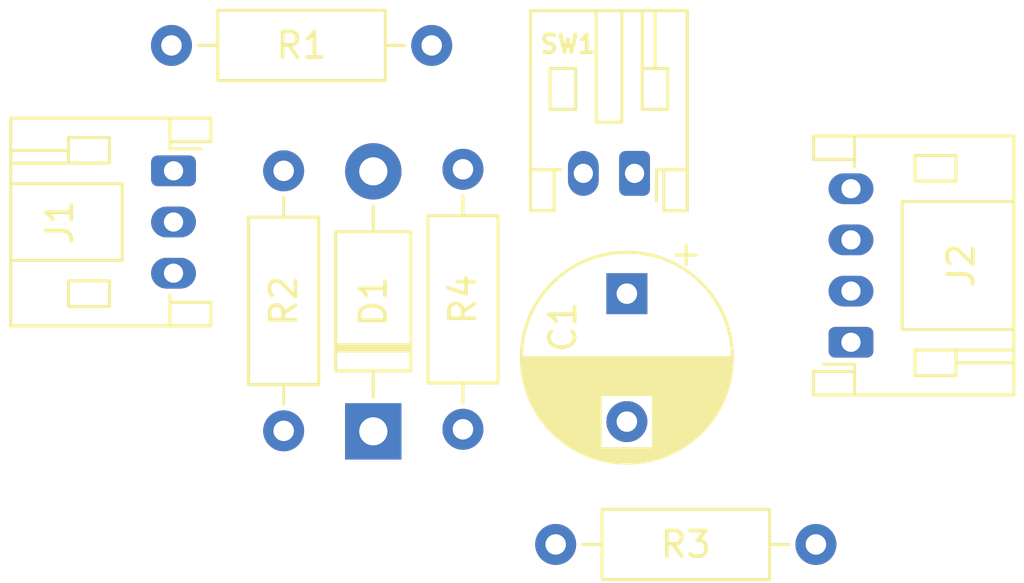
<source format=kicad_pcb>
(kicad_pcb (version 20241229) (generator "pcbnew") (generator_version "9.0")
  (layers (0 "F.Cu" signal) (2 "B.Cu" signal) (13 "F.Paste" user) (15 "B.Paste" user) (5 "F.SilkS" user) (7 "B.SilkS" user) (1 "F.Mask" user) (3 "B.Mask" user) (25 "Edge.Cuts" user))
  (net 0 "")
  (net 1 "Net-(J2-Pin_2)")
  (net 2 "Net-(D1-K)")
  (net 3 "Net-(D1-A)")
  (net 4 "Net-(J1-Pin_2)")
  (net 5 "Net-(J1-Pin_1)")
  (net 6 "Net-(J1-Pin_3)")
  (net 7 "Net-(J2-Pin_4)")
  (footprint "Capacitor_THT:CP_Radial_D8.0mm_P5.00mm" (layer "F.Cu") (at 109.2 145.4 -90)
    (property "Reference" "C1" (at 1.302651 2.5 90) (layer "F.SilkS"))
    (property "Value" "100uF" (hide yes))
    (fp_line (start 3.981 1.04) (end 3.981 3.805) (stroke (width 0.12)) (layer "F.SilkS"))
    (fp_line (start 4.021 1.04) (end 4.021 3.79) (stroke (width 0.12)) (layer "F.SilkS"))
    (fp_line (start 4.061 1.04) (end 4.061 3.774) (stroke (width 0.12)) (layer "F.SilkS"))
    (fp_line (start 4.101 1.04) (end 4.101 3.757) (stroke (width 0.12)) (layer "F.SilkS"))
    (fp_line (start 4.141 1.04) (end 4.141 3.74) (stroke (width 0.12)) (layer "F.SilkS"))
    (fp_line (start 4.181 1.04) (end 4.181 3.722) (stroke (width 0.12)) (layer "F.SilkS"))
    (fp_line (start 4.221 1.04) (end 4.221 3.704) (stroke (width 0.12)) (layer "F.SilkS"))
    (fp_line (start 4.261 1.04) (end 4.261 3.686) (stroke (width 0.12)) (layer "F.SilkS"))
    (fp_line (start 4.301 1.04) (end 4.301 3.666) (stroke (width 0.12)) (layer "F.SilkS"))
    (fp_line (start 4.341 1.04) (end 4.341 3.647) (stroke (width 0.12)) (layer "F.SilkS"))
    (fp_line (start 4.381 1.04) (end 4.381 3.627) (stroke (width 0.12)) (layer "F.SilkS"))
    (fp_line (start 4.421 1.04) (end 4.421 3.606) (stroke (width 0.12)) (layer "F.SilkS"))
    (fp_line (start 4.461 1.04) (end 4.461 3.584) (stroke (width 0.12)) (layer "F.SilkS"))
    (fp_line (start 4.501 1.04) (end 4.501 3.562) (stroke (width 0.12)) (layer "F.SilkS"))
    (fp_line (start 4.541 1.04) (end 4.541 3.54) (stroke (width 0.12)) (layer "F.SilkS"))
    (fp_line (start 4.581 1.04) (end 4.581 3.517) (stroke (width 0.12)) (layer "F.SilkS"))
    (fp_line (start 4.621 1.04) (end 4.621 3.493) (stroke (width 0.12)) (layer "F.SilkS"))
    (fp_line (start 4.661 1.04) (end 4.661 3.469) (stroke (width 0.12)) (layer "F.SilkS"))
    (fp_line (start 4.701 1.04) (end 4.701 3.444) (stroke (width 0.12)) (layer "F.SilkS"))
    (fp_line (start 4.741 1.04) (end 4.741 3.418) (stroke (width 0.12)) (layer "F.SilkS"))
    (fp_line (start 4.781 1.04) (end 4.781 3.392) (stroke (width 0.12)) (layer "F.SilkS"))
    (fp_line (start 4.821 1.04) (end 4.821 3.365) (stroke (width 0.12)) (layer "F.SilkS"))
    (fp_line (start 4.861 1.04) (end 4.861 3.338) (stroke (width 0.12)) (layer "F.SilkS"))
    (fp_line (start 4.901 1.04) (end 4.901 3.309) (stroke (width 0.12)) (layer "F.SilkS"))
    (fp_line (start 4.941 1.04) (end 4.941 3.28) (stroke (width 0.12)) (layer "F.SilkS"))
    (fp_line (start 4.981 1.04) (end 4.981 3.25) (stroke (width 0.12)) (layer "F.SilkS"))
    (fp_line (start 5.021 1.04) (end 5.021 3.22) (stroke (width 0.12)) (layer "F.SilkS"))
    (fp_line (start 5.061 1.04) (end 5.061 3.189) (stroke (width 0.12)) (layer "F.SilkS"))
    (fp_line (start 5.101 1.04) (end 5.101 3.156) (stroke (width 0.12)) (layer "F.SilkS"))
    (fp_line (start 5.141 1.04) (end 5.141 3.124) (stroke (width 0.12)) (layer "F.SilkS"))
    (fp_line (start 5.181 1.04) (end 5.181 3.09) (stroke (width 0.12)) (layer "F.SilkS"))
    (fp_line (start 5.221 1.04) (end 5.221 3.055) (stroke (width 0.12)) (layer "F.SilkS"))
    (fp_line (start 5.261 1.04) (end 5.261 3.019) (stroke (width 0.12)) (layer "F.SilkS"))
    (fp_line (start 5.301 1.04) (end 5.301 2.983) (stroke (width 0.12)) (layer "F.SilkS"))
    (fp_line (start 5.341 1.04) (end 5.341 2.945) (stroke (width 0.12)) (layer "F.SilkS"))
    (fp_line (start 5.381 1.04) (end 5.381 2.907) (stroke (width 0.12)) (layer "F.SilkS"))
    (fp_line (start 5.421 1.04) (end 5.421 2.867) (stroke (width 0.12)) (layer "F.SilkS"))
    (fp_line (start 5.461 1.04) (end 5.461 2.826) (stroke (width 0.12)) (layer "F.SilkS"))
    (fp_line (start 5.501 1.04) (end 5.501 2.784) (stroke (width 0.12)) (layer "F.SilkS"))
    (fp_line (start 5.541 1.04) (end 5.541 2.741) (stroke (width 0.12)) (layer "F.SilkS"))
    (fp_line (start 5.581 1.04) (end 5.581 2.697) (stroke (width 0.12)) (layer "F.SilkS"))
    (fp_line (start 5.621 1.04) (end 5.621 2.651) (stroke (width 0.12)) (layer "F.SilkS"))
    (fp_line (start 5.661 1.04) (end 5.661 2.604) (stroke (width 0.12)) (layer "F.SilkS"))
    (fp_line (start 5.701 1.04) (end 5.701 2.556) (stroke (width 0.12)) (layer "F.SilkS"))
    (fp_line (start 5.741 1.04) (end 5.741 2.505) (stroke (width 0.12)) (layer "F.SilkS"))
    (fp_line (start 5.781 1.04) (end 5.781 2.454) (stroke (width 0.12)) (layer "F.SilkS"))
    (fp_line (start 5.821 1.04) (end 5.821 2.4) (stroke (width 0.12)) (layer "F.SilkS"))
    (fp_line (start 5.861 1.04) (end 5.861 2.345) (stroke (width 0.12)) (layer "F.SilkS"))
    (fp_line (start 5.901 1.04) (end 5.901 2.287) (stroke (width 0.12)) (layer "F.SilkS"))
    (fp_line (start 5.941 1.04) (end 5.941 2.228) (stroke (width 0.12)) (layer "F.SilkS"))
    (fp_line (start 5.981 1.04) (end 5.981 2.166) (stroke (width 0.12)) (layer "F.SilkS"))
    (fp_line (start 6.021 1.04) (end 6.021 2.102) (stroke (width 0.12)) (layer "F.SilkS"))
    (fp_line (start 6.581 -0.533) (end 6.581 0.533) (stroke (width 0.12)) (layer "F.SilkS"))
    (fp_line (start 6.541 -0.768) (end 6.541 0.768) (stroke (width 0.12)) (layer "F.SilkS"))
    (fp_line (start 6.501 -0.948) (end 6.501 0.948) (stroke (width 0.12)) (layer "F.SilkS"))
    (fp_line (start 6.461 -1.098) (end 6.461 1.098) (stroke (width 0.12)) (layer "F.SilkS"))
    (fp_line (start 6.421 -1.229) (end 6.421 1.229) (stroke (width 0.12)) (layer "F.SilkS"))
    (fp_line (start 6.381 -1.346) (end 6.381 1.346) (stroke (width 0.12)) (layer "F.SilkS"))
    (fp_line (start 6.341 -1.453) (end 6.341 1.453) (stroke (width 0.12)) (layer "F.SilkS"))
    (fp_line (start 6.301 -1.552) (end 6.301 1.552) (stroke (width 0.12)) (layer "F.SilkS"))
    (fp_line (start 6.261 -1.645) (end 6.261 1.645) (stroke (width 0.12)) (layer "F.SilkS"))
    (fp_line (start 6.221 -1.731) (end 6.221 1.731) (stroke (width 0.12)) (layer "F.SilkS"))
    (fp_line (start 6.181 -1.813) (end 6.181 1.813) (stroke (width 0.12)) (layer "F.SilkS"))
    (fp_line (start 6.141 -1.89) (end 6.141 1.89) (stroke (width 0.12)) (layer "F.SilkS"))
    (fp_line (start 6.101 -1.964) (end 6.101 1.964) (stroke (width 0.12)) (layer "F.SilkS"))
    (fp_line (start 6.061 -2.034) (end 6.061 2.034) (stroke (width 0.12)) (layer "F.SilkS"))
    (fp_line (start 6.021 -2.102) (end 6.021 -1.04) (stroke (width 0.12)) (layer "F.SilkS"))
    (fp_line (start 5.981 -2.166) (end 5.981 -1.04) (stroke (width 0.12)) (layer "F.SilkS"))
    (fp_line (start 5.941 -2.228) (end 5.941 -1.04) (stroke (width 0.12)) (layer "F.SilkS"))
    (fp_line (start 5.901 -2.287) (end 5.901 -1.04) (stroke (width 0.12)) (layer "F.SilkS"))
    (fp_line (start -1.909698 -2.315) (end -1.109698 -2.315) (stroke (width 0.12)) (layer "F.SilkS"))
    (fp_line (start 5.861 -2.345) (end 5.861 -1.04) (stroke (width 0.12)) (layer "F.SilkS"))
    (fp_line (start 5.821 -2.4) (end 5.821 -1.04) (stroke (width 0.12)) (layer "F.SilkS"))
    (fp_line (start 5.781 -2.454) (end 5.781 -1.04) (stroke (width 0.12)) (layer "F.SilkS"))
    (fp_line (start 5.741 -2.505) (end 5.741 -1.04) (stroke (width 0.12)) (layer "F.SilkS"))
    (fp_line (start 5.701 -2.556) (end 5.701 -1.04) (stroke (width 0.12)) (layer "F.SilkS"))
    (fp_line (start 5.661 -2.604) (end 5.661 -1.04) (stroke (width 0.12)) (layer "F.SilkS"))
    (fp_line (start 5.621 -2.651) (end 5.621 -1.04) (stroke (width 0.12)) (layer "F.SilkS"))
    (fp_line (start 5.581 -2.697) (end 5.581 -1.04) (stroke (width 0.12)) (layer "F.SilkS"))
    (fp_line (start -1.509698 -2.715) (end -1.509698 -1.915) (stroke (width 0.12)) (layer "F.SilkS"))
    (fp_line (start 5.541 -2.741) (end 5.541 -1.04) (stroke (width 0.12)) (layer "F.SilkS"))
    (fp_line (start 5.501 -2.784) (end 5.501 -1.04) (stroke (width 0.12)) (layer "F.SilkS"))
    (fp_line (start 5.461 -2.826) (end 5.461 -1.04) (stroke (width 0.12)) (layer "F.SilkS"))
    (fp_line (start 5.421 -2.867) (end 5.421 -1.04) (stroke (width 0.12)) (layer "F.SilkS"))
    (fp_line (start 5.381 -2.907) (end 5.381 -1.04) (stroke (width 0.12)) (layer "F.SilkS"))
    (fp_line (start 5.341 -2.945) (end 5.341 -1.04) (stroke (width 0.12)) (layer "F.SilkS"))
    (fp_line (start 5.301 -2.983) (end 5.301 -1.04) (stroke (width 0.12)) (layer "F.SilkS"))
    (fp_line (start 5.261 -3.019) (end 5.261 -1.04) (stroke (width 0.12)) (layer "F.SilkS"))
    (fp_line (start 5.221 -3.055) (end 5.221 -1.04) (stroke (width 0.12)) (layer "F.SilkS"))
    (fp_line (start 5.181 -3.09) (end 5.181 -1.04) (stroke (width 0.12)) (layer "F.SilkS"))
    (fp_line (start 5.141 -3.124) (end 5.141 -1.04) (stroke (width 0.12)) (layer "F.SilkS"))
    (fp_line (start 5.101 -3.156) (end 5.101 -1.04) (stroke (width 0.12)) (layer "F.SilkS"))
    (fp_line (start 5.061 -3.189) (end 5.061 -1.04) (stroke (width 0.12)) (layer "F.SilkS"))
    (fp_line (start 5.021 -3.22) (end 5.021 -1.04) (stroke (width 0.12)) (layer "F.SilkS"))
    (fp_line (start 4.981 -3.25) (end 4.981 -1.04) (stroke (width 0.12)) (layer "F.SilkS"))
    (fp_line (start 4.941 -3.28) (end 4.941 -1.04) (stroke (width 0.12)) (layer "F.SilkS"))
    (fp_line (start 4.901 -3.309) (end 4.901 -1.04) (stroke (width 0.12)) (layer "F.SilkS"))
    (fp_line (start 4.861 -3.338) (end 4.861 -1.04) (stroke (width 0.12)) (layer "F.SilkS"))
    (fp_line (start 4.821 -3.365) (end 4.821 -1.04) (stroke (width 0.12)) (layer "F.SilkS"))
    (fp_line (start 4.781 -3.392) (end 4.781 -1.04) (stroke (width 0.12)) (layer "F.SilkS"))
    (fp_line (start 4.741 -3.418) (end 4.741 -1.04) (stroke (width 0.12)) (layer "F.SilkS"))
    (fp_line (start 4.701 -3.444) (end 4.701 -1.04) (stroke (width 0.12)) (layer "F.SilkS"))
    (fp_line (start 4.661 -3.469) (end 4.661 -1.04) (stroke (width 0.12)) (layer "F.SilkS"))
    (fp_line (start 4.621 -3.493) (end 4.621 -1.04) (stroke (width 0.12)) (layer "F.SilkS"))
    (fp_line (start 4.581 -3.517) (end 4.581 -1.04) (stroke (width 0.12)) (layer "F.SilkS"))
    (fp_line (start 4.541 -3.54) (end 4.541 -1.04) (stroke (width 0.12)) (layer "F.SilkS"))
    (fp_line (start 4.501 -3.562) (end 4.501 -1.04) (stroke (width 0.12)) (layer "F.SilkS"))
    (fp_line (start 4.461 -3.584) (end 4.461 -1.04) (stroke (width 0.12)) (layer "F.SilkS"))
    (fp_line (start 4.421 -3.606) (end 4.421 -1.04) (stroke (width 0.12)) (layer "F.SilkS"))
    (fp_line (start 4.381 -3.627) (end 4.381 -1.04) (stroke (width 0.12)) (layer "F.SilkS"))
    (fp_line (start 4.341 -3.647) (end 4.341 -1.04) (stroke (width 0.12)) (layer "F.SilkS"))
    (fp_line (start 4.301 -3.666) (end 4.301 -1.04) (stroke (width 0.12)) (layer "F.SilkS"))
    (fp_line (start 4.261 -3.686) (end 4.261 -1.04) (stroke (width 0.12)) (layer "F.SilkS"))
    (fp_line (start 4.221 -3.704) (end 4.221 -1.04) (stroke (width 0.12)) (layer "F.SilkS"))
    (fp_line (start 4.181 -3.722) (end 4.181 -1.04) (stroke (width 0.12)) (layer "F.SilkS"))
    (fp_line (start 4.141 -3.74) (end 4.141 -1.04) (stroke (width 0.12)) (layer "F.SilkS"))
    (fp_line (start 4.101 -3.757) (end 4.101 -1.04) (stroke (width 0.12)) (layer "F.SilkS"))
    (fp_line (start 4.061 -3.774) (end 4.061 -1.04) (stroke (width 0.12)) (layer "F.SilkS"))
    (fp_line (start 4.021 -3.79) (end 4.021 -1.04) (stroke (width 0.12)) (layer "F.SilkS"))
    (fp_line (start 3.981 -3.805) (end 3.981 -1.04) (stroke (width 0.12)) (layer "F.SilkS"))
    (fp_line (start 3.941 -3.821) (end 3.941 3.821) (stroke (width 0.12)) (layer "F.SilkS"))
    (fp_line (start 3.901 -3.835) (end 3.901 3.835) (stroke (width 0.12)) (layer "F.SilkS"))
    (fp_line (start 3.861 -3.85) (end 3.861 3.85) (stroke (width 0.12)) (layer "F.SilkS"))
    (fp_line (start 3.821 -3.863) (end 3.821 3.863) (stroke (width 0.12)) (layer "F.SilkS"))
    (fp_line (start 3.781 -3.877) (end 3.781 3.877) (stroke (width 0.12)) (layer "F.SilkS"))
    (fp_line (start 3.741 -3.889) (end 3.741 3.889) (stroke (width 0.12)) (layer "F.SilkS"))
    (fp_line (start 3.701 -3.902) (end 3.701 3.902) (stroke (width 0.12)) (layer "F.SilkS"))
    (fp_line (start 3.661 -3.914) (end 3.661 3.914) (stroke (width 0.12)) (layer "F.SilkS"))
    (fp_line (start 3.621 -3.925) (end 3.621 3.925) (stroke (width 0.12)) (layer "F.SilkS"))
    (fp_line (start 3.581 -3.936) (end 3.581 3.936) (stroke (width 0.12)) (layer "F.SilkS"))
    (fp_line (start 3.541 -3.947) (end 3.541 3.947) (stroke (width 0.12)) (layer "F.SilkS"))
    (fp_line (start 3.501 -3.957) (end 3.501 3.957) (stroke (width 0.12)) (layer "F.SilkS"))
    (fp_line (start 3.461 -3.967) (end 3.461 3.967) (stroke (width 0.12)) (layer "F.SilkS"))
    (fp_line (start 3.421 -3.976) (end 3.421 3.976) (stroke (width 0.12)) (layer "F.SilkS"))
    (fp_line (start 3.381 -3.985) (end 3.381 3.985) (stroke (width 0.12)) (layer "F.SilkS"))
    (fp_line (start 3.341 -3.994) (end 3.341 3.994) (stroke (width 0.12)) (layer "F.SilkS"))
    (fp_line (start 3.301 -4.002) (end 3.301 4.002) (stroke (width 0.12)) (layer "F.SilkS"))
    (fp_line (start 3.261 -4.01) (end 3.261 4.01) (stroke (width 0.12)) (layer "F.SilkS"))
    (fp_line (start 3.221 -4.017) (end 3.221 4.017) (stroke (width 0.12)) (layer "F.SilkS"))
    (fp_line (start 3.18 -4.024) (end 3.18 4.024) (stroke (width 0.12)) (layer "F.SilkS"))
    (fp_line (start 3.14 -4.03) (end 3.14 4.03) (stroke (width 0.12)) (layer "F.SilkS"))
    (fp_line (start 3.1 -4.037) (end 3.1 4.037) (stroke (width 0.12)) (layer "F.SilkS"))
    (fp_line (start 3.06 -4.042) (end 3.06 4.042) (stroke (width 0.12)) (layer "F.SilkS"))
    (fp_line (start 3.02 -4.048) (end 3.02 4.048) (stroke (width 0.12)) (layer "F.SilkS"))
    (fp_line (start 2.98 -4.052) (end 2.98 4.052) (stroke (width 0.12)) (layer "F.SilkS"))
    (fp_line (start 2.94 -4.057) (end 2.94 4.057) (stroke (width 0.12)) (layer "F.SilkS"))
    (fp_line (start 2.9 -4.061) (end 2.9 4.061) (stroke (width 0.12)) (layer "F.SilkS"))
    (fp_line (start 2.86 -4.065) (end 2.86 4.065) (stroke (width 0.12)) (layer "F.SilkS"))
    (fp_line (start 2.82 -4.068) (end 2.82 4.068) (stroke (width 0.12)) (layer "F.SilkS"))
    (fp_line (start 2.78 -4.071) (end 2.78 4.071) (stroke (width 0.12)) (layer "F.SilkS"))
    (fp_line (start 2.74 -4.074) (end 2.74 4.074) (stroke (width 0.12)) (layer "F.SilkS"))
    (fp_line (start 2.7 -4.076) (end 2.7 4.076) (stroke (width 0.12)) (layer "F.SilkS"))
    (fp_line (start 2.66 -4.077) (end 2.66 4.077) (stroke (width 0.12)) (layer "F.SilkS"))
    (fp_line (start 2.62 -4.079) (end 2.62 4.079) (stroke (width 0.12)) (layer "F.SilkS"))
    (fp_line (start 2.5 -4.08) (end 2.5 4.08) (stroke (width 0.12)) (layer "F.SilkS"))
    (fp_line (start 2.54 -4.08) (end 2.54 4.08) (stroke (width 0.12)) (layer "F.SilkS"))
    (fp_line (start 2.58 -4.08) (end 2.58 4.08) (stroke (width 0.12)) (layer "F.SilkS"))
    (fp_circle (center 2.5 0) (end 6.62 0) (stroke (width 0.12)) (fill no) (layer "F.SilkS"))
    (pad "1" thru_hole rect (at 0 0 270) (size 1.6 1.6) (drill 0.8) (layers "*.Cu" "*.Mask") (net 2 "Net-(D1-K)"))
    (pad "2" thru_hole circle (at 5 0 270) (size 1.6 1.6) (drill 0.8) (layers "*.Cu" "*.Mask") (net 1 "Net-(J2-Pin_2)"))
  )
  (footprint "Diode_THT:D_DO-41_SOD81_P10.16mm_Horizontal" (layer "F.Cu") (at 99.3 150.78 90)
    (property "Reference" "D1" (at 5.08 0 90) (layer "F.SilkS"))
    (property "Value" "1N4001" (hide yes))
    (fp_line (start 7.8 -1.47) (end 2.36 -1.47) (stroke (width 0.12)) (layer "F.SilkS"))
    (fp_line (start 3.38 -1.47) (end 3.38 1.47) (stroke (width 0.12)) (layer "F.SilkS"))
    (fp_line (start 3.26 -1.47) (end 3.26 1.47) (stroke (width 0.12)) (layer "F.SilkS"))
    (fp_line (start 3.14 -1.47) (end 3.14 1.47) (stroke (width 0.12)) (layer "F.SilkS"))
    (fp_line (start 2.36 -1.47) (end 2.36 1.47) (stroke (width 0.12)) (layer "F.SilkS"))
    (fp_line (start 8.82 0) (end 7.8 0) (stroke (width 0.12)) (layer "F.SilkS"))
    (fp_line (start 1.34 0) (end 2.36 0) (stroke (width 0.12)) (layer "F.SilkS"))
    (fp_line (start 7.8 1.47) (end 7.8 -1.47) (stroke (width 0.12)) (layer "F.SilkS"))
    (fp_line (start 2.36 1.47) (end 7.8 1.47) (stroke (width 0.12)) (layer "F.SilkS"))
    (pad "1" thru_hole rect (at 0 0 90) (size 2.2 2.2) (drill 1.1) (layers "*.Cu" "*.Mask") (net 2 "Net-(D1-K)"))
    (pad "2" thru_hole oval (at 10.16 0 90) (size 2.2 2.2) (drill 1.1) (layers "*.Cu" "*.Mask") (net 3 "Net-(D1-A)"))
  )
  (footprint "Connector_JST:JST_PH_S3B-PH-K_1x03_P2.00mm_Horizontal" (layer "F.Cu") (at 91.5 140.6 -90)
    (property "Reference" "J1" (at 2 4.45 90) (layer "F.SilkS"))
    (property "Value" "Conn_01x03" (hide yes))
    (fp_line (start -2.06 6.36) (end 6.06 6.36) (stroke (width 0.12)) (layer "F.SilkS"))
    (fp_line (start 0.5 6.36) (end 0.5 2) (stroke (width 0.12)) (layer "F.SilkS"))
    (fp_line (start 6.06 6.36) (end 6.06 -1.46) (stroke (width 0.12)) (layer "F.SilkS"))
    (fp_line (start -1.3 4.1) (end -0.3 4.1) (stroke (width 0.12)) (layer "F.SilkS"))
    (fp_line (start -0.8 4.1) (end -0.8 6.36) (stroke (width 0.12)) (layer "F.SilkS"))
    (fp_line (start -0.3 4.1) (end -0.3 6.36) (stroke (width 0.12)) (layer "F.SilkS"))
    (fp_line (start -0.3 4.1) (end -0.3 2.5) (stroke (width 0.12)) (layer "F.SilkS"))
    (fp_line (start 4.3 4.1) (end 4.3 2.5) (stroke (width 0.12)) (layer "F.SilkS"))
    (fp_line (start 5.3 4.1) (end 4.3 4.1) (stroke (width 0.12)) (layer "F.SilkS"))
    (fp_line (start -1.3 2.5) (end -1.3 4.1) (stroke (width 0.12)) (layer "F.SilkS"))
    (fp_line (start -0.3 2.5) (end -1.3 2.5) (stroke (width 0.12)) (layer "F.SilkS"))
    (fp_line (start 4.3 2.5) (end 5.3 2.5) (stroke (width 0.12)) (layer "F.SilkS"))
    (fp_line (start 5.3 2.5) (end 5.3 4.1) (stroke (width 0.12)) (layer "F.SilkS"))
    (fp_line (start 0.5 2) (end 3.5 2) (stroke (width 0.12)) (layer "F.SilkS"))
    (fp_line (start 3.5 2) (end 3.5 6.36) (stroke (width 0.12)) (layer "F.SilkS"))
    (fp_line (start -2.06 0.14) (end -1.14 0.14) (stroke (width 0.12)) (layer "F.SilkS"))
    (fp_line (start -1.14 0.14) (end -1.14 -1.46) (stroke (width 0.12)) (layer "F.SilkS"))
    (fp_line (start -0.86 0.14) (end -1.14 0.14) (stroke (width 0.12)) (layer "F.SilkS"))
    (fp_line (start -0.86 0.14) (end -0.86 -1.075) (stroke (width 0.12)) (layer "F.SilkS"))
    (fp_line (start 5.14 0.14) (end 4.86 0.14) (stroke (width 0.12)) (layer "F.SilkS"))
    (fp_line (start 6.06 0.14) (end 5.14 0.14) (stroke (width 0.12)) (layer "F.SilkS"))
    (fp_line (start -2.06 -1.46) (end -2.06 6.36) (stroke (width 0.12)) (layer "F.SilkS"))
    (fp_line (start -1.14 -1.46) (end -2.06 -1.46) (stroke (width 0.12)) (layer "F.SilkS"))
    (fp_line (start 5.14 -1.46) (end 5.14 0.14) (stroke (width 0.12)) (layer "F.SilkS"))
    (fp_line (start 6.06 -1.46) (end 5.14 -1.46) (stroke (width 0.12)) (layer "F.SilkS"))
    (pad "1" thru_hole roundrect (at 0 0 270) (size 1.2 1.75) (drill 0.75) (layers "*.Cu" "*.Mask") (roundrect_rratio 0.208333) (net 5 "Net-(J1-Pin_1)"))
    (pad "2" thru_hole oval (at 2 0 270) (size 1.2 1.75) (drill 0.75) (layers "*.Cu" "*.Mask") (net 4 "Net-(J1-Pin_2)"))
    (pad "3" thru_hole oval (at 4 0 270) (size 1.2 1.75) (drill 0.75) (layers "*.Cu" "*.Mask") (net 6 "Net-(J1-Pin_3)"))
  )
  (footprint "Connector_JST:JST_PH_S4B-PH-K_1x04_P2.00mm_Horizontal" (layer "F.Cu") (at 117.95 147.3 90)
    (property "Reference" "J2" (at 3 4.3 90) (layer "F.SilkS"))
    (property "Value" "Conn_01x04" (hide yes))
    (fp_line (start 8.06 -1.46) (end 7.14 -1.46) (stroke (width 0.12)) (layer "F.SilkS"))
    (fp_line (start 7.14 -1.46) (end 7.14 0.14) (stroke (width 0.12)) (layer "F.SilkS"))
    (fp_line (start -1.14 -1.46) (end -2.06 -1.46) (stroke (width 0.12)) (layer "F.SilkS"))
    (fp_line (start -2.06 -1.46) (end -2.06 6.36) (stroke (width 0.12)) (layer "F.SilkS"))
    (fp_line (start 8.06 0.14) (end 7.14 0.14) (stroke (width 0.12)) (layer "F.SilkS"))
    (fp_line (start 7.14 0.14) (end 6.86 0.14) (stroke (width 0.12)) (layer "F.SilkS"))
    (fp_line (start -0.86 0.14) (end -0.86 -1.075) (stroke (width 0.12)) (layer "F.SilkS"))
    (fp_line (start -0.86 0.14) (end -1.14 0.14) (stroke (width 0.12)) (layer "F.SilkS"))
    (fp_line (start -1.14 0.14) (end -1.14 -1.46) (stroke (width 0.12)) (layer "F.SilkS"))
    (fp_line (start -2.06 0.14) (end -1.14 0.14) (stroke (width 0.12)) (layer "F.SilkS"))
    (fp_line (start 5.5 2) (end 5.5 6.36) (stroke (width 0.12)) (layer "F.SilkS"))
    (fp_line (start 0.5 2) (end 5.5 2) (stroke (width 0.12)) (layer "F.SilkS"))
    (fp_line (start 7.3 2.5) (end 7.3 4.1) (stroke (width 0.12)) (layer "F.SilkS"))
    (fp_line (start 6.3 2.5) (end 7.3 2.5) (stroke (width 0.12)) (layer "F.SilkS"))
    (fp_line (start -0.3 2.5) (end -1.3 2.5) (stroke (width 0.12)) (layer "F.SilkS"))
    (fp_line (start -1.3 2.5) (end -1.3 4.1) (stroke (width 0.12)) (layer "F.SilkS"))
    (fp_line (start 7.3 4.1) (end 6.3 4.1) (stroke (width 0.12)) (layer "F.SilkS"))
    (fp_line (start 6.3 4.1) (end 6.3 2.5) (stroke (width 0.12)) (layer "F.SilkS"))
    (fp_line (start -0.3 4.1) (end -0.3 2.5) (stroke (width 0.12)) (layer "F.SilkS"))
    (fp_line (start -0.3 4.1) (end -0.3 6.36) (stroke (width 0.12)) (layer "F.SilkS"))
    (fp_line (start -0.8 4.1) (end -0.8 6.36) (stroke (width 0.12)) (layer "F.SilkS"))
    (fp_line (start -1.3 4.1) (end -0.3 4.1) (stroke (width 0.12)) (layer "F.SilkS"))
    (fp_line (start 8.06 6.36) (end 8.06 -1.46) (stroke (width 0.12)) (layer "F.SilkS"))
    (fp_line (start 0.5 6.36) (end 0.5 2) (stroke (width 0.12)) (layer "F.SilkS"))
    (fp_line (start -2.06 6.36) (end 8.06 6.36) (stroke (width 0.12)) (layer "F.SilkS"))
    (pad "1" thru_hole roundrect (at 0 0 90) (size 1.2 1.75) (drill 0.75) (layers "*.Cu" "*.Mask") (roundrect_rratio 0.208333) (net 6 "Net-(J1-Pin_3)"))
    (pad "2" thru_hole oval (at 2 0 90) (size 1.2 1.75) (drill 0.75) (layers "*.Cu" "*.Mask") (net 1 "Net-(J2-Pin_2)"))
    (pad "3" thru_hole oval (at 4 0 90) (size 1.2 1.75) (drill 0.75) (layers "*.Cu" "*.Mask") (net 2 "Net-(D1-K)"))
    (pad "4" thru_hole oval (at 6 0 90) (size 1.2 1.75) (drill 0.75) (layers "*.Cu" "*.Mask") (net 7 "Net-(J2-Pin_4)"))
  )
  (footprint "Resistor_THT:R_Axial_DIN0207_L6.3mm_D2.5mm_P10.16mm_Horizontal" (layer "F.Cu") (at 101.58 135.7 180)
    (property "Reference" "R1" (at 5.08 0 0) (layer "F.SilkS"))
    (property "Value" "33k" (hide yes))
    (fp_line (start 9.12 0) (end 8.35 0) (stroke (width 0.12)) (layer "F.SilkS"))
    (fp_line (start 8.35 1.37) (end 8.35 -1.37) (stroke (width 0.12)) (layer "F.SilkS"))
    (fp_line (start 8.35 -1.37) (end 1.81 -1.37) (stroke (width 0.12)) (layer "F.SilkS"))
    (fp_line (start 1.81 1.37) (end 8.35 1.37) (stroke (width 0.12)) (layer "F.SilkS"))
    (fp_line (start 1.81 -1.37) (end 1.81 1.37) (stroke (width 0.12)) (layer "F.SilkS"))
    (fp_line (start 1.04 0) (end 1.81 0) (stroke (width 0.12)) (layer "F.SilkS"))
    (pad "1" thru_hole circle (at 0 0 180) (size 1.6 1.6) (drill 0.8) (layers "*.Cu" "*.Mask") (net 3 "Net-(D1-A)"))
    (pad "2" thru_hole oval (at 10.16 0 180) (size 1.6 1.6) (drill 0.8) (layers "*.Cu" "*.Mask") (net 5 "Net-(J1-Pin_1)"))
  )
  (footprint "Resistor_THT:R_Axial_DIN0207_L6.3mm_D2.5mm_P10.16mm_Horizontal" (layer "F.Cu") (at 95.8 140.6 -90)
    (property "Reference" "R2" (at 5.08 0 90) (layer "F.SilkS"))
    (property "Value" "100K" (hide yes))
    (fp_line (start 1.81 1.37) (end 8.35 1.37) (stroke (width 0.12)) (layer "F.SilkS"))
    (fp_line (start 8.35 1.37) (end 8.35 -1.37) (stroke (width 0.12)) (layer "F.SilkS"))
    (fp_line (start 1.04 0) (end 1.81 0) (stroke (width 0.12)) (layer "F.SilkS"))
    (fp_line (start 9.12 0) (end 8.35 0) (stroke (width 0.12)) (layer "F.SilkS"))
    (fp_line (start 1.81 -1.37) (end 1.81 1.37) (stroke (width 0.12)) (layer "F.SilkS"))
    (fp_line (start 8.35 -1.37) (end 1.81 -1.37) (stroke (width 0.12)) (layer "F.SilkS"))
    (pad "1" thru_hole circle (at 0 0 270) (size 1.6 1.6) (drill 0.8) (layers "*.Cu" "*.Mask") (net 5 "Net-(J1-Pin_1)"))
    (pad "2" thru_hole oval (at 10.16 0 270) (size 1.6 1.6) (drill 0.8) (layers "*.Cu" "*.Mask") (net 1 "Net-(J2-Pin_2)"))
  )
  (footprint "Resistor_THT:R_Axial_DIN0207_L6.3mm_D2.5mm_P10.16mm_Horizontal" (layer "F.Cu") (at 116.58 155.2 180)
    (property "Reference" "R3" (at 5.08 0 0) (layer "F.SilkS"))
    (property "Value" "10K" (hide yes))
    (fp_line (start 9.12 0) (end 8.35 0) (stroke (width 0.12)) (layer "F.SilkS"))
    (fp_line (start 8.35 1.37) (end 8.35 -1.37) (stroke (width 0.12)) (layer "F.SilkS"))
    (fp_line (start 8.35 -1.37) (end 1.81 -1.37) (stroke (width 0.12)) (layer "F.SilkS"))
    (fp_line (start 1.81 1.37) (end 8.35 1.37) (stroke (width 0.12)) (layer "F.SilkS"))
    (fp_line (start 1.81 -1.37) (end 1.81 1.37) (stroke (width 0.12)) (layer "F.SilkS"))
    (fp_line (start 1.04 0) (end 1.81 0) (stroke (width 0.12)) (layer "F.SilkS"))
    (pad "1" thru_hole circle (at 0 0 180) (size 1.6 1.6) (drill 0.8) (layers "*.Cu" "*.Mask") (net 2 "Net-(D1-K)"))
    (pad "2" thru_hole oval (at 10.16 0 180) (size 1.6 1.6) (drill 0.8) (layers "*.Cu" "*.Mask") (net 4 "Net-(J1-Pin_2)"))
  )
  (footprint "Resistor_THT:R_Axial_DIN0207_L6.3mm_D2.5mm_P10.16mm_Horizontal" (layer "F.Cu") (at 102.8 140.54 -90)
    (property "Reference" "R4" (at 5.08 0 90) (layer "F.SilkS"))
    (property "Value" "100K" (hide yes))
    (fp_line (start 1.81 1.37) (end 8.35 1.37) (stroke (width 0.12)) (layer "F.SilkS"))
    (fp_line (start 8.35 1.37) (end 8.35 -1.37) (stroke (width 0.12)) (layer "F.SilkS"))
    (fp_line (start 1.04 0) (end 1.81 0) (stroke (width 0.12)) (layer "F.SilkS"))
    (fp_line (start 9.12 0) (end 8.35 0) (stroke (width 0.12)) (layer "F.SilkS"))
    (fp_line (start 1.81 -1.37) (end 1.81 1.37) (stroke (width 0.12)) (layer "F.SilkS"))
    (fp_line (start 8.35 -1.37) (end 1.81 -1.37) (stroke (width 0.12)) (layer "F.SilkS"))
    (pad "1" thru_hole circle (at 0 0 270) (size 1.6 1.6) (drill 0.8) (layers "*.Cu" "*.Mask") (net 2 "Net-(D1-K)"))
    (pad "2" thru_hole oval (at 10.16 0 270) (size 1.6 1.6) (drill 0.8) (layers "*.Cu" "*.Mask") (net 1 "Net-(J2-Pin_2)"))
  )
  (footprint "Connector_JST:JST_PH_S2B-PH-K_1x02_P2.00mm_Horizontal" (layer "F.Cu") (at 109.5 140.7 180)
    (property "Reference" "SW1" (at 2.6 5.05 0) (layer "F.SilkS") (effects (font (size 0.7 0.7))))
    (property "Value" "Conn_01x02_Socket" (hide yes))
    (fp_line (start 4.06 6.36) (end 4.06 -1.46) (stroke (width 0.12)) (layer "F.SilkS"))
    (fp_line (start 4.06 0.14) (end 3.14 0.14) (stroke (width 0.12)) (layer "F.SilkS"))
    (fp_line (start 4.06 -1.46) (end 3.14 -1.46) (stroke (width 0.12)) (layer "F.SilkS"))
    (fp_line (start 3.3 4.1) (end 2.3 4.1) (stroke (width 0.12)) (layer "F.SilkS"))
    (fp_line (start 3.3 2.5) (end 3.3 4.1) (stroke (width 0.12)) (layer "F.SilkS"))
    (fp_line (start 3.14 0.14) (end 2.86 0.14) (stroke (width 0.12)) (layer "F.SilkS"))
    (fp_line (start 3.14 -1.46) (end 3.14 0.14) (stroke (width 0.12)) (layer "F.SilkS"))
    (fp_line (start 2.3 4.1) (end 2.3 2.5) (stroke (width 0.12)) (layer "F.SilkS"))
    (fp_line (start 2.3 2.5) (end 3.3 2.5) (stroke (width 0.12)) (layer "F.SilkS"))
    (fp_line (start 1.5 2) (end 1.5 6.36) (stroke (width 0.12)) (layer "F.SilkS"))
    (fp_line (start 0.5 6.36) (end 0.5 2) (stroke (width 0.12)) (layer "F.SilkS"))
    (fp_line (start 0.5 2) (end 1.5 2) (stroke (width 0.12)) (layer "F.SilkS"))
    (fp_line (start -0.3 4.1) (end -0.3 6.36) (stroke (width 0.12)) (layer "F.SilkS"))
    (fp_line (start -0.3 4.1) (end -0.3 2.5) (stroke (width 0.12)) (layer "F.SilkS"))
    (fp_line (start -0.3 2.5) (end -1.3 2.5) (stroke (width 0.12)) (layer "F.SilkS"))
    (fp_line (start -0.8 4.1) (end -0.8 6.36) (stroke (width 0.12)) (layer "F.SilkS"))
    (fp_line (start -0.86 0.14) (end -0.86 -1.075) (stroke (width 0.12)) (layer "F.SilkS"))
    (fp_line (start -0.86 0.14) (end -1.14 0.14) (stroke (width 0.12)) (layer "F.SilkS"))
    (fp_line (start -1.14 0.14) (end -1.14 -1.46) (stroke (width 0.12)) (layer "F.SilkS"))
    (fp_line (start -1.14 -1.46) (end -2.06 -1.46) (stroke (width 0.12)) (layer "F.SilkS"))
    (fp_line (start -1.3 4.1) (end -0.3 4.1) (stroke (width 0.12)) (layer "F.SilkS"))
    (fp_line (start -1.3 2.5) (end -1.3 4.1) (stroke (width 0.12)) (layer "F.SilkS"))
    (fp_line (start -2.06 6.36) (end 4.06 6.36) (stroke (width 0.12)) (layer "F.SilkS"))
    (fp_line (start -2.06 0.14) (end -1.14 0.14) (stroke (width 0.12)) (layer "F.SilkS"))
    (fp_line (start -2.06 -1.46) (end -2.06 6.36) (stroke (width 0.12)) (layer "F.SilkS"))
    (pad "1" thru_hole roundrect (at 0 0 180) (size 1.2 1.75) (drill 0.75) (layers "*.Cu" "*.Mask") (roundrect_rratio 0.208333) (net 3 "Net-(D1-A)"))
    (pad "2" thru_hole oval (at 2 0 180) (size 1.2 1.75) (drill 0.75) (layers "*.Cu" "*.Mask") (net 7 "Net-(J2-Pin_4)"))
  )
)
</source>
